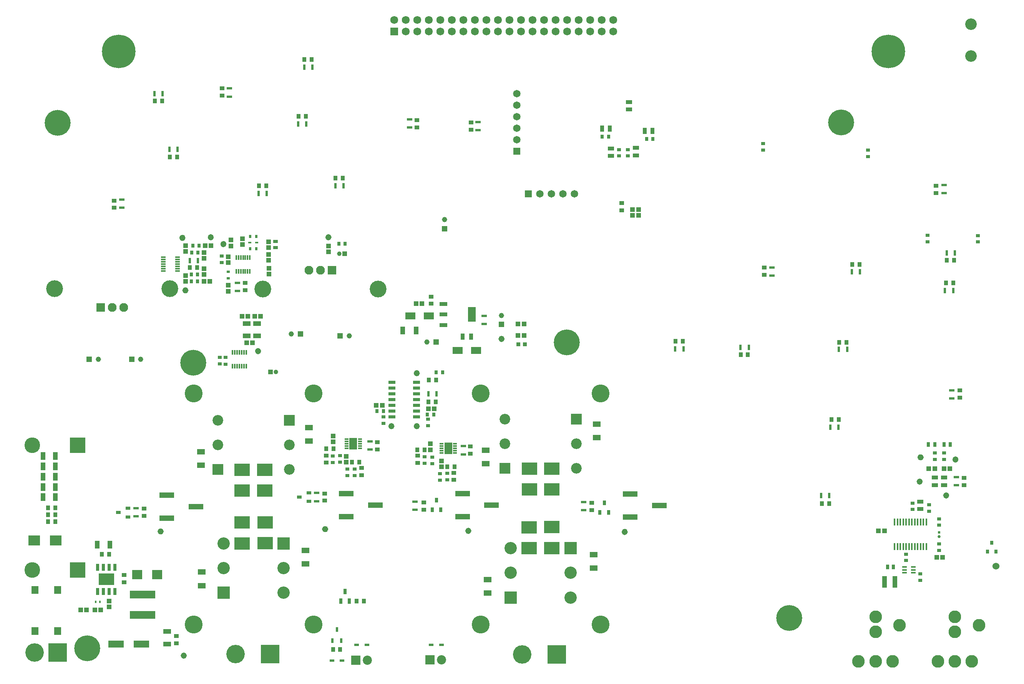
<source format=gbr>
%TF.GenerationSoftware,KiCad,Pcbnew,8.0.8*%
%TF.CreationDate,2025-05-17T22:55:18-04:00*%
%TF.ProjectId,amp board,616d7020-626f-4617-9264-2e6b69636164,rev?*%
%TF.SameCoordinates,Original*%
%TF.FileFunction,Soldermask,Bot*%
%TF.FilePolarity,Negative*%
%FSLAX46Y46*%
G04 Gerber Fmt 4.6, Leading zero omitted, Abs format (unit mm)*
G04 Created by KiCad (PCBNEW 8.0.8) date 2025-05-17 22:55:18*
%MOMM*%
%LPD*%
G01*
G04 APERTURE LIST*
%ADD10C,0.685000*%
%ADD11R,0.584200X0.584200*%
%ADD12C,0.635000*%
%ADD13R,0.900000X1.000000*%
%ADD14R,0.650000X1.200000*%
%ADD15C,4.100000*%
%ADD16C,7.400000*%
%ADD17R,2.355000X2.355000*%
%ADD18C,2.355000*%
%ADD19R,1.150000X1.150000*%
%ADD20C,1.150000*%
%ADD21R,3.450000X3.450000*%
%ADD22C,3.450000*%
%ADD23R,2.025000X2.025000*%
%ADD24C,2.025000*%
%ADD25R,4.064000X4.064000*%
%ADD26C,4.064000*%
%ADD27C,3.700000*%
%ADD28C,3.600000*%
%ADD29C,5.700000*%
%ADD30R,1.650000X1.650000*%
%ADD31C,1.650000*%
%ADD32C,2.550000*%
%ADD33C,3.954000*%
%ADD34R,1.935000X1.935000*%
%ADD35C,1.935000*%
%ADD36C,2.794000*%
%ADD37R,1.725000X1.725000*%
%ADD38C,1.725000*%
%ADD39R,2.715000X2.715000*%
%ADD40C,2.715000*%
%ADD41R,1.000000X1.000000*%
%ADD42C,1.000000*%
%ADD43C,1.524000*%
%ADD44R,0.750000X0.940000*%
%ADD45R,1.700000X1.150000*%
%ADD46R,0.940000X0.750000*%
%ADD47R,1.470000X0.970000*%
%ADD48R,3.300000X1.190000*%
%ADD49R,1.000000X0.950000*%
%ADD50R,0.650000X0.900000*%
%ADD51R,0.600000X1.250000*%
%ADD52R,0.450000X0.600000*%
%ADD53R,0.950000X1.000000*%
%ADD54R,1.100000X1.000000*%
%ADD55R,0.600000X1.000000*%
%ADD56R,0.900000X0.650000*%
%ADD57R,0.600000X0.700000*%
%ADD58R,1.000000X1.100000*%
%ADD59R,0.650000X1.100000*%
%ADD60R,1.250000X0.600000*%
%ADD61R,0.950000X1.400000*%
%ADD62R,1.000000X0.900000*%
%ADD63R,2.250000X1.600000*%
%ADD64R,0.700000X0.600000*%
%ADD65R,3.350000X2.700000*%
%ADD66R,1.070000X1.820000*%
%ADD67R,0.800000X0.900000*%
%ADD68R,0.700000X1.650000*%
%ADD69R,3.500000X2.600000*%
%ADD70R,1.820000X1.070000*%
%ADD71R,0.300000X1.075000*%
%ADD72R,1.100000X0.650000*%
%ADD73R,5.700000X1.700000*%
%ADD74R,0.950000X0.950000*%
%ADD75R,0.850000X0.300000*%
%ADD76R,1.750000X2.500000*%
%ADD77R,0.435000X1.500000*%
%ADD78R,0.970000X1.470000*%
%ADD79R,1.750000X0.950000*%
%ADD80R,1.750000X3.200000*%
%ADD81R,1.015000X2.540000*%
%ADD82R,0.780000X0.980000*%
%ADD83R,3.500000X1.600000*%
%ADD84R,2.200000X2.150000*%
%ADD85R,0.675000X1.000000*%
%ADD86R,1.075000X0.300000*%
%ADD87R,1.525000X0.650000*%
%ADD88R,0.980000X0.780000*%
%ADD89R,0.640000X0.420000*%
%ADD90R,1.085000X0.550000*%
%ADD91R,1.050000X0.400000*%
%ADD92R,1.050000X1.800000*%
%ADD93R,2.500000X2.200000*%
%ADD94R,1.650000X1.700000*%
G04 APERTURE END LIST*
%TO.C,TP23*%
D10*
X243781758Y-238557000D02*
G75*
G02*
X243096758Y-238557000I-342500J0D01*
G01*
X243096758Y-238557000D02*
G75*
G02*
X243781758Y-238557000I342500J0D01*
G01*
%TO.C,TP117*%
X274570300Y-291223600D02*
G75*
G02*
X273885300Y-291223600I-342500J0D01*
G01*
X273885300Y-291223600D02*
G75*
G02*
X274570300Y-291223600I342500J0D01*
G01*
%TO.C,TP61*%
X405777700Y-275387000D02*
G75*
G02*
X405092700Y-275387000I-342500J0D01*
G01*
X405092700Y-275387000D02*
G75*
G02*
X405777700Y-275387000I342500J0D01*
G01*
%TO.C,TP19*%
X249369758Y-226847600D02*
G75*
G02*
X248684758Y-226847600I-342500J0D01*
G01*
X248684758Y-226847600D02*
G75*
G02*
X249369758Y-226847600I342500J0D01*
G01*
%TO.C,TP60*%
X413461700Y-275862000D02*
G75*
G02*
X412776700Y-275862000I-342500J0D01*
G01*
X412776700Y-275862000D02*
G75*
G02*
X413461700Y-275862000I342500J0D01*
G01*
%TO.C,TP132*%
X313433900Y-249263000D02*
G75*
G02*
X312748900Y-249263000I-342500J0D01*
G01*
X312748900Y-249263000D02*
G75*
G02*
X313433900Y-249263000I342500J0D01*
G01*
%TO.C,TP114*%
X289175300Y-268516000D02*
G75*
G02*
X288490300Y-268516000I-342500J0D01*
G01*
X288490300Y-268516000D02*
G75*
G02*
X289175300Y-268516000I342500J0D01*
G01*
%TO.C,TP20*%
X243121358Y-226974600D02*
G75*
G02*
X242436358Y-226974600I-342500J0D01*
G01*
X242436358Y-226974600D02*
G75*
G02*
X243121358Y-226974600I342500J0D01*
G01*
%TO.C,TP58*%
X411416500Y-283798942D02*
G75*
G02*
X410731500Y-283798942I-342500J0D01*
G01*
X410731500Y-283798942D02*
G75*
G02*
X411416500Y-283798942I342500J0D01*
G01*
%TO.C,TP113*%
X294763300Y-268516000D02*
G75*
G02*
X294078300Y-268516000I-342500J0D01*
G01*
X294078300Y-268516000D02*
G75*
G02*
X294763300Y-268516000I342500J0D01*
G01*
%TO.C,TP112*%
X238324500Y-291731600D02*
G75*
G02*
X237639500Y-291731600I-342500J0D01*
G01*
X237639500Y-291731600D02*
G75*
G02*
X238324500Y-291731600I342500J0D01*
G01*
%TO.C,TP125*%
X252158500Y-228355900D02*
G75*
G02*
X251473500Y-228355900I-342500J0D01*
G01*
X251473500Y-228355900D02*
G75*
G02*
X252158500Y-228355900I342500J0D01*
G01*
%TO.C,TP46*%
X243420900Y-319125800D02*
G75*
G02*
X242735900Y-319125800I-342500J0D01*
G01*
X242735900Y-319125800D02*
G75*
G02*
X243420900Y-319125800I342500J0D01*
G01*
%TO.C,TP59*%
X405574500Y-280746400D02*
G75*
G02*
X404889500Y-280746400I-342500J0D01*
G01*
X404889500Y-280746400D02*
G75*
G02*
X405574500Y-280746400I342500J0D01*
G01*
%TO.C,TP121*%
X340584900Y-291833400D02*
G75*
G02*
X339899900Y-291833400I-342500J0D01*
G01*
X339899900Y-291833400D02*
G75*
G02*
X340584900Y-291833400I342500J0D01*
G01*
%TO.C,TP111*%
X294763300Y-256832000D02*
G75*
G02*
X294078300Y-256832000I-342500J0D01*
G01*
X294078300Y-256832000D02*
G75*
G02*
X294763300Y-256832000I342500J0D01*
G01*
%TO.C,TP18*%
X259795900Y-251968458D02*
G75*
G02*
X259110900Y-251968458I-342500J0D01*
G01*
X259110900Y-251968458D02*
G75*
G02*
X259795900Y-251968458I342500J0D01*
G01*
%TO.C,TP118*%
X306117100Y-291604600D02*
G75*
G02*
X305432100Y-291604600I-342500J0D01*
G01*
X305432100Y-291604600D02*
G75*
G02*
X306117100Y-291604600I342500J0D01*
G01*
%TO.C,TP81*%
X275296300Y-226847600D02*
G75*
G02*
X274611300Y-226847600I-342500J0D01*
G01*
X274611300Y-226847600D02*
G75*
G02*
X275296300Y-226847600I342500J0D01*
G01*
%TD*%
D11*
%TO.C,Y1*%
X409499200Y-291908200D03*
D12*
X409499200Y-292898800D03*
%TD*%
D13*
%TO.C,R58*%
X282765800Y-307111600D03*
X281165800Y-307111600D03*
%TD*%
D14*
%TO.C,Q6*%
X278607800Y-305011600D03*
X277647800Y-307111600D03*
X279567800Y-307111600D03*
%TD*%
D15*
%TO.C,H2*%
X398374000Y-185877400D03*
D16*
X398374000Y-185877400D03*
%TD*%
D17*
%TO.C,Q25*%
X313826400Y-277841400D03*
D18*
X313826400Y-272391400D03*
X313826400Y-266941400D03*
%TD*%
D19*
%TO.C,C179*%
X300552600Y-224964400D03*
D20*
X300552600Y-222964400D03*
%TD*%
D21*
%TO.C,C188*%
X219685000Y-272694600D03*
D22*
X209685000Y-272694600D03*
%TD*%
D23*
%TO.C,J4*%
X297361000Y-320081900D03*
D24*
X299901000Y-320081900D03*
%TD*%
D25*
%TO.C,J13*%
X215316200Y-318414600D03*
D26*
X210236200Y-318414600D03*
%TD*%
D27*
%TO.C,U13*%
X260502800Y-238252200D03*
X285902800Y-238252200D03*
%TD*%
D28*
%TO.C,H13*%
X245135800Y-254482800D03*
D29*
X245135800Y-254482800D03*
%TD*%
D28*
%TO.C,H9*%
X387960000Y-201549200D03*
D29*
X387960000Y-201549200D03*
%TD*%
D30*
%TO.C,J9*%
X319024400Y-217271800D03*
D31*
X321564400Y-217271800D03*
X324104400Y-217271800D03*
X326644400Y-217271800D03*
X329184400Y-217271800D03*
%TD*%
D28*
%TO.C,H11*%
X327457200Y-250037800D03*
D29*
X327457200Y-250037800D03*
%TD*%
D17*
%TO.C,Q19*%
X250580400Y-278095400D03*
D18*
X250580400Y-272645400D03*
X250580400Y-267195400D03*
%TD*%
D32*
%TO.C,J5*%
X416535000Y-179842600D03*
X416535000Y-186842600D03*
%TD*%
D33*
%TO.C,H3*%
X271662400Y-312253400D03*
X271662400Y-261253400D03*
X245262400Y-261253400D03*
X245262400Y-312253400D03*
%TD*%
D23*
%TO.C,J12*%
X280969200Y-320097000D03*
D24*
X283509200Y-320097000D03*
%TD*%
D34*
%TO.C,IC33*%
X224742400Y-242341600D03*
D35*
X227282400Y-242341600D03*
X229822400Y-242341600D03*
%TD*%
D36*
%TO.C,J6*%
X395516500Y-320396000D03*
X399263000Y-320396000D03*
X395516500Y-310591600D03*
X400825100Y-312395000D03*
X395516500Y-313893600D03*
X391770000Y-320396000D03*
%TD*%
D37*
%TO.C,J3*%
X289433400Y-181483200D03*
D38*
X289433400Y-178943200D03*
X291973400Y-181483200D03*
X291973400Y-178943200D03*
X294513400Y-181483200D03*
X294513400Y-178943200D03*
X297053400Y-181483200D03*
X297053400Y-178943200D03*
X299593400Y-181483200D03*
X299593400Y-178943200D03*
X302133400Y-181483200D03*
X302133400Y-178943200D03*
X304673400Y-181483200D03*
X304673400Y-178943200D03*
X307213400Y-181483200D03*
X307213400Y-178943200D03*
X309753400Y-181483200D03*
X309753400Y-178943200D03*
X312293400Y-181483200D03*
X312293400Y-178943200D03*
X314833400Y-181483200D03*
X314833400Y-178943200D03*
X317373400Y-181483200D03*
X317373400Y-178943200D03*
X319913400Y-181483200D03*
X319913400Y-178943200D03*
X322453400Y-181483200D03*
X322453400Y-178943200D03*
X324993400Y-181483200D03*
X324993400Y-178943200D03*
X327533400Y-181483200D03*
X327533400Y-178943200D03*
X330073400Y-181483200D03*
X330073400Y-178943200D03*
X332613400Y-181483200D03*
X332613400Y-178943200D03*
X335153400Y-181483200D03*
X335153400Y-178943200D03*
X337693400Y-181483200D03*
X337693400Y-178943200D03*
%TD*%
D28*
%TO.C,H8*%
X376479200Y-310794600D03*
D29*
X376479200Y-310794600D03*
%TD*%
D25*
%TO.C,J18*%
X325307200Y-318833400D03*
D26*
X317687200Y-318833400D03*
%TD*%
D17*
%TO.C,Q21*%
X266328400Y-267195400D03*
D18*
X266328400Y-272645400D03*
X266328400Y-278095400D03*
%TD*%
D25*
%TO.C,J17*%
X262137400Y-318808000D03*
D26*
X254517400Y-318808000D03*
%TD*%
D39*
%TO.C,Q26*%
X315096400Y-306311400D03*
D40*
X315096400Y-300861400D03*
X315096400Y-295411400D03*
%TD*%
D39*
%TO.C,Q22*%
X265058400Y-294373400D03*
D40*
X265058400Y-299823400D03*
X265058400Y-305273400D03*
%TD*%
D39*
%TO.C,Q28*%
X328304400Y-295411400D03*
D40*
X328304400Y-300861400D03*
X328304400Y-306311400D03*
%TD*%
D27*
%TO.C,U11*%
X239982400Y-238189600D03*
X214582400Y-238189600D03*
%TD*%
D17*
%TO.C,Q27*%
X329574400Y-266941400D03*
D18*
X329574400Y-272391400D03*
X329574400Y-277841400D03*
%TD*%
D41*
%TO.C,RT1*%
X278511400Y-230479800D03*
D42*
X277311400Y-230479800D03*
%TD*%
D43*
%TO.C,J14*%
X422072200Y-299364600D03*
%TD*%
D30*
%TO.C,J8*%
X316484400Y-207848400D03*
D31*
X316484400Y-205308400D03*
X316484400Y-202768400D03*
X316484400Y-200228400D03*
X316484400Y-197688400D03*
X316484400Y-195148400D03*
%TD*%
D36*
%TO.C,J7*%
X413004400Y-320396000D03*
X416750900Y-320396000D03*
X413004400Y-310591600D03*
X418313000Y-312395000D03*
X413004400Y-313893600D03*
X409257900Y-320396000D03*
%TD*%
D19*
%TO.C,C143*%
X222236400Y-253771600D03*
D20*
X224236400Y-253771600D03*
%TD*%
D34*
%TO.C,IC34*%
X275742800Y-234100200D03*
D35*
X273202800Y-234100200D03*
X270662800Y-234100200D03*
%TD*%
D15*
%TO.C,H1*%
X228727400Y-185826600D03*
D16*
X228727400Y-185826600D03*
%TD*%
D39*
%TO.C,Q20*%
X251850400Y-305273400D03*
D40*
X251850400Y-299823400D03*
X251850400Y-294373400D03*
%TD*%
D33*
%TO.C,H4*%
X334900400Y-312253400D03*
X334900400Y-261253400D03*
X308500400Y-261253400D03*
X308500400Y-312253400D03*
%TD*%
D21*
%TO.C,C189*%
X219685000Y-300228200D03*
D22*
X209685000Y-300228200D03*
%TD*%
D19*
%TO.C,C146*%
X268802000Y-248183600D03*
D20*
X266802000Y-248183600D03*
%TD*%
D28*
%TO.C,H7*%
X221793200Y-317474800D03*
D29*
X221793200Y-317474800D03*
%TD*%
D41*
%TO.C,RT2*%
X262214200Y-256514800D03*
D42*
X263414200Y-256514800D03*
%TD*%
D19*
%TO.C,C142*%
X231597600Y-253720800D03*
D20*
X233597600Y-253720800D03*
%TD*%
D19*
%TO.C,C147*%
X277520800Y-248564600D03*
D20*
X279520800Y-248564600D03*
%TD*%
D28*
%TO.C,H10*%
X215265400Y-201574600D03*
D29*
X215265400Y-201574600D03*
%TD*%
D44*
%TO.C,C61*%
X246140600Y-235051800D03*
X244740600Y-235051800D03*
%TD*%
D45*
%TO.C,R242*%
X270646400Y-271819400D03*
X270646400Y-268819400D03*
%TD*%
D46*
%TO.C,C116*%
X418084400Y-226477800D03*
X418084400Y-227877800D03*
%TD*%
D47*
%TO.C,C205*%
X342705400Y-207120000D03*
X342705400Y-208780000D03*
%TD*%
D48*
%TO.C,VR6*%
X341472400Y-288557800D03*
X347872400Y-286017800D03*
X341472400Y-283477800D03*
%TD*%
D49*
%TO.C,C229*%
X332988400Y-285415400D03*
X332988400Y-287015400D03*
%TD*%
D50*
%TO.C,R237*%
X285604800Y-265214000D03*
X287054800Y-265214000D03*
%TD*%
D51*
%TO.C,C235*%
X238390400Y-195148400D03*
X236590400Y-195148400D03*
%TD*%
D52*
%TO.C,C124*%
X223668200Y-307256000D03*
X224618200Y-307256000D03*
%TD*%
D53*
%TO.C,C107*%
X387377600Y-267088000D03*
X385777600Y-267088000D03*
%TD*%
D54*
%TO.C,R38*%
X248834600Y-236575800D03*
X247534600Y-236575800D03*
%TD*%
D53*
%TO.C,C239*%
X238344400Y-196774000D03*
X236744400Y-196774000D03*
%TD*%
D46*
%TO.C,C150*%
X405333600Y-302503000D03*
X405333600Y-301103000D03*
%TD*%
D53*
%TO.C,C90*%
X391998400Y-232816600D03*
X390398400Y-232816600D03*
%TD*%
D44*
%TO.C,C207*%
X278651000Y-228295400D03*
X277251000Y-228295400D03*
%TD*%
D55*
%TO.C,Q5*%
X276809600Y-313379200D03*
X275854600Y-315779200D03*
X277764600Y-315779200D03*
%TD*%
D53*
%TO.C,C117*%
X353060200Y-249758400D03*
X351460200Y-249758400D03*
%TD*%
D56*
%TO.C,R33*%
X252290600Y-253377058D03*
X252290600Y-254827058D03*
%TD*%
D46*
%TO.C,C1*%
X402234800Y-298159600D03*
X402234800Y-296759600D03*
%TD*%
D44*
%TO.C,C57*%
X246202600Y-230225800D03*
X244802600Y-230225800D03*
%TD*%
D53*
%TO.C,C195*%
X214795400Y-289611000D03*
X213195400Y-289611000D03*
%TD*%
D57*
%TO.C,D64*%
X257669200Y-226695200D03*
X259069200Y-226695200D03*
%TD*%
D56*
%TO.C,R16*%
X280772000Y-277989400D03*
X280772000Y-279439400D03*
%TD*%
D53*
%TO.C,C240*%
X269676000Y-187645000D03*
X271276000Y-187645000D03*
%TD*%
D49*
%TO.C,C233*%
X294613600Y-274996600D03*
X294613600Y-276596600D03*
%TD*%
D56*
%TO.C,R151*%
X408547200Y-275825000D03*
X408547200Y-274375000D03*
%TD*%
D58*
%TO.C,R222*%
X274938000Y-228778000D03*
X274938000Y-230078000D03*
%TD*%
D59*
%TO.C,Q24*%
X299718600Y-286942600D03*
X297798600Y-286942600D03*
X298758600Y-284842600D03*
%TD*%
D56*
%TO.C,R29*%
X297815400Y-275373200D03*
X297815400Y-276823200D03*
%TD*%
D60*
%TO.C,C265*%
X229443200Y-220341400D03*
X229443200Y-218541400D03*
%TD*%
D53*
%TO.C,C214*%
X296980598Y-263139600D03*
X298580598Y-263139600D03*
%TD*%
%TO.C,C122*%
X226631800Y-296773800D03*
X225031800Y-296773800D03*
%TD*%
D58*
%TO.C,R42*%
X247534600Y-231495800D03*
X247534600Y-230195800D03*
%TD*%
%TO.C,R335*%
X276028600Y-270672600D03*
X276028600Y-271972600D03*
%TD*%
D60*
%TO.C,C230*%
X331210400Y-285233800D03*
X331210400Y-287033800D03*
%TD*%
D54*
%TO.C,R36*%
X257234600Y-244311458D03*
X255934600Y-244311458D03*
%TD*%
D58*
%TO.C,R337*%
X297383600Y-272410600D03*
X297383600Y-273710600D03*
%TD*%
D60*
%TO.C,C218*%
X272356400Y-283257400D03*
X272356400Y-285057400D03*
%TD*%
D61*
%TO.C,R325*%
X306391400Y-248755000D03*
X304491400Y-248755000D03*
%TD*%
D47*
%TO.C,C202*%
X337179400Y-207250000D03*
X337179400Y-208910000D03*
%TD*%
D48*
%TO.C,VR3*%
X239354400Y-288785400D03*
X245754400Y-286245400D03*
X239354400Y-283705400D03*
%TD*%
D54*
%TO.C,R228*%
X298280598Y-264663600D03*
X296980598Y-264663600D03*
%TD*%
D62*
%TO.C,R57*%
X339598400Y-219291200D03*
X339598400Y-220891200D03*
%TD*%
D49*
%TO.C,C223*%
X274447400Y-274968000D03*
X274447400Y-276568000D03*
%TD*%
D63*
%TO.C,D82*%
X293007400Y-244184600D03*
X297107400Y-244184600D03*
%TD*%
D45*
%TO.C,R235*%
X247075200Y-303671000D03*
X247075200Y-300671000D03*
%TD*%
D64*
%TO.C,D53*%
X252864000Y-235859700D03*
X252864000Y-234459700D03*
%TD*%
D60*
%TO.C,C53*%
X253162200Y-194008600D03*
X253162200Y-195808600D03*
%TD*%
D44*
%TO.C,C206*%
X345053400Y-205156000D03*
X346453400Y-205156000D03*
%TD*%
D58*
%TO.C,R283*%
X253441600Y-228767600D03*
X253441600Y-227467600D03*
%TD*%
D65*
%TO.C,R251*%
X319135000Y-290803200D03*
X319135000Y-295403200D03*
%TD*%
D54*
%TO.C,R324*%
X294265400Y-241519000D03*
X295565400Y-241519000D03*
%TD*%
D51*
%TO.C,C236*%
X269661200Y-189331800D03*
X271461200Y-189331800D03*
%TD*%
%TO.C,C253*%
X268289600Y-201828600D03*
X270089600Y-201828600D03*
%TD*%
D54*
%TO.C,R34*%
X256950600Y-250153458D03*
X258250600Y-250153458D03*
%TD*%
D53*
%TO.C,C255*%
X259631000Y-215477800D03*
X261231000Y-215477800D03*
%TD*%
%TO.C,C231*%
X296137600Y-273710600D03*
X294537600Y-273710600D03*
%TD*%
D54*
%TO.C,R327*%
X316759400Y-245961000D03*
X318059400Y-245961000D03*
%TD*%
D50*
%TO.C,R31*%
X300129000Y-256616400D03*
X298679000Y-256616400D03*
%TD*%
D66*
%TO.C,C190*%
X212048200Y-275133000D03*
X214808200Y-275133000D03*
%TD*%
D58*
%TO.C,R287*%
X256007000Y-227162800D03*
X256007000Y-228462800D03*
%TD*%
D67*
%TO.C,D24*%
X422072200Y-296215000D03*
X420172200Y-296215000D03*
X421122200Y-294215000D03*
%TD*%
D51*
%TO.C,C237*%
X276468600Y-215488850D03*
X278268600Y-215488850D03*
%TD*%
D66*
%TO.C,C191*%
X212048200Y-277393600D03*
X214808200Y-277393600D03*
%TD*%
D49*
%TO.C,C51*%
X251536600Y-193954600D03*
X251536600Y-195554600D03*
%TD*%
D53*
%TO.C,C285*%
X412610600Y-236891600D03*
X411010600Y-236891600D03*
%TD*%
D66*
%TO.C,C192*%
X212048200Y-279654200D03*
X214808200Y-279654200D03*
%TD*%
D60*
%TO.C,C219*%
X284105600Y-271871000D03*
X284105600Y-273671000D03*
%TD*%
D58*
%TO.C,R123*%
X343281400Y-222026200D03*
X343281400Y-220726200D03*
%TD*%
D49*
%TO.C,C273*%
X297597400Y-241519000D03*
X297597400Y-239919000D03*
%TD*%
D68*
%TO.C,IC30*%
X227913000Y-304960600D03*
X226643000Y-304960600D03*
X225373000Y-304960600D03*
X224103000Y-304960600D03*
X224103000Y-299610600D03*
X225373000Y-299610600D03*
X226643000Y-299610600D03*
X227913000Y-299610600D03*
D69*
X226008000Y-302285600D03*
%TD*%
D65*
%TO.C,R239*%
X255939800Y-289761800D03*
X255939800Y-294361800D03*
%TD*%
D58*
%TO.C,R267*%
X252864000Y-238734100D03*
X252864000Y-237434100D03*
%TD*%
D65*
%TO.C,R241*%
X260969000Y-289711000D03*
X260969000Y-294311000D03*
%TD*%
D45*
%TO.C,R234*%
X246872000Y-274128000D03*
X246872000Y-277128000D03*
%TD*%
D56*
%TO.C,R27*%
X279095600Y-279451000D03*
X279095600Y-278001000D03*
%TD*%
D45*
%TO.C,R254*%
X334044800Y-271057400D03*
X334044800Y-268057400D03*
%TD*%
D44*
%TO.C,C201*%
X336671400Y-204648000D03*
X335271400Y-204648000D03*
%TD*%
D54*
%TO.C,R148*%
X410579200Y-277894000D03*
X411879200Y-277894000D03*
%TD*%
D49*
%TO.C,C242*%
X256565800Y-236893400D03*
X256565800Y-238493400D03*
%TD*%
D70*
%TO.C,C49*%
X256950600Y-248629458D03*
X256950600Y-245869458D03*
%TD*%
D65*
%TO.C,R238*%
X255889000Y-278128600D03*
X255889000Y-282728600D03*
%TD*%
D71*
%TO.C,IC49*%
X257642000Y-234375700D03*
X257142000Y-234375700D03*
X256642000Y-234375700D03*
X256142000Y-234375700D03*
X255642000Y-234375700D03*
X255142000Y-234375700D03*
X254642000Y-234375700D03*
X254642000Y-231299700D03*
X255142000Y-231299700D03*
X255642000Y-231299700D03*
X256142000Y-231299700D03*
X256642000Y-231299700D03*
X257142000Y-231299700D03*
X257642000Y-231299700D03*
%TD*%
D46*
%TO.C,C156*%
X403658200Y-285492350D03*
X403658200Y-286892350D03*
%TD*%
D60*
%TO.C,C288*%
X372683600Y-233526800D03*
X372683600Y-235326800D03*
%TD*%
D45*
%TO.C,R243*%
X269859000Y-295895800D03*
X269859000Y-298895800D03*
%TD*%
D54*
%TO.C,R119*%
X220364400Y-309034000D03*
X221664400Y-309034000D03*
%TD*%
D49*
%TO.C,C282*%
X415030800Y-281527000D03*
X415030800Y-279927000D03*
%TD*%
D72*
%TO.C,Q18*%
X230768400Y-286611400D03*
X230768400Y-288531400D03*
X228668400Y-287571400D03*
%TD*%
D47*
%TO.C,C198*%
X341156000Y-198670000D03*
X341156000Y-197010000D03*
%TD*%
D51*
%TO.C,C284*%
X413000800Y-230276600D03*
X411200800Y-230276600D03*
%TD*%
D49*
%TO.C,C127*%
X241452800Y-316441800D03*
X241452800Y-314841800D03*
%TD*%
D66*
%TO.C,C121*%
X226805400Y-294665600D03*
X224045400Y-294665600D03*
%TD*%
D51*
%TO.C,C286*%
X412609000Y-238568000D03*
X410809000Y-238568000D03*
%TD*%
D71*
%TO.C,IC18*%
X256838600Y-255295600D03*
X256338600Y-255295600D03*
X255838600Y-255295600D03*
X255338600Y-255295600D03*
X254838600Y-255295600D03*
X254338600Y-255295600D03*
X253838600Y-255295600D03*
X253838600Y-252219600D03*
X254338600Y-252219600D03*
X254838600Y-252219600D03*
X255338600Y-252219600D03*
X255838600Y-252219600D03*
X256338600Y-252219600D03*
X256838600Y-252219600D03*
%TD*%
D53*
%TO.C,C232*%
X301118400Y-277485800D03*
X302718400Y-277485800D03*
%TD*%
D51*
%TO.C,C251*%
X241741600Y-207480000D03*
X239941600Y-207480000D03*
%TD*%
D47*
%TO.C,C154*%
X408547200Y-279858000D03*
X408547200Y-281518000D03*
%TD*%
D54*
%TO.C,R120*%
X223493200Y-309034000D03*
X224793200Y-309034000D03*
%TD*%
D60*
%TO.C,C276*%
X309281400Y-245983000D03*
X309281400Y-244183000D03*
%TD*%
D58*
%TO.C,R266*%
X261823600Y-234975600D03*
X261823600Y-233675600D03*
%TD*%
%TO.C,R279*%
X252864000Y-231127700D03*
X252864000Y-232427700D03*
%TD*%
D60*
%TO.C,C216*%
X232546400Y-286615400D03*
X232546400Y-288415400D03*
%TD*%
D73*
%TO.C,L2*%
X233999400Y-305623600D03*
X233999400Y-310123600D03*
%TD*%
D49*
%TO.C,C220*%
X285755200Y-272049000D03*
X285755200Y-273649000D03*
%TD*%
D58*
%TO.C,R44*%
X247534600Y-233751800D03*
X247534600Y-235051800D03*
%TD*%
D53*
%TO.C,C108*%
X389141000Y-250037800D03*
X387541000Y-250037800D03*
%TD*%
D58*
%TO.C,R48*%
X243470600Y-235275800D03*
X243470600Y-236575800D03*
%TD*%
D46*
%TO.C,C203*%
X338957400Y-207504000D03*
X338957400Y-208904000D03*
%TD*%
D60*
%TO.C,C136*%
X292837000Y-202636400D03*
X292837000Y-200836400D03*
%TD*%
D63*
%TO.C,D83*%
X307521400Y-251803000D03*
X303421400Y-251803000D03*
%TD*%
D53*
%TO.C,C222*%
X280170000Y-276443000D03*
X281770000Y-276443000D03*
%TD*%
%TO.C,C241*%
X276516200Y-213812450D03*
X278116200Y-213812450D03*
%TD*%
D49*
%TO.C,C123*%
X229907000Y-301350600D03*
X229907000Y-302950600D03*
%TD*%
D51*
%TO.C,C109*%
X387321600Y-268783000D03*
X385521600Y-268783000D03*
%TD*%
D56*
%TO.C,R150*%
X410579200Y-275825000D03*
X410579200Y-274375000D03*
%TD*%
D49*
%TO.C,C217*%
X274134400Y-283357400D03*
X274134400Y-284957400D03*
%TD*%
D46*
%TO.C,C17*%
X393869200Y-209051000D03*
X393869200Y-207651000D03*
%TD*%
D65*
%TO.C,R240*%
X260892800Y-278128600D03*
X260892800Y-282728600D03*
%TD*%
D13*
%TO.C,R55*%
X298666200Y-258318200D03*
X297066200Y-258318200D03*
%TD*%
D57*
%TO.C,D57*%
X259077200Y-229379700D03*
X257677200Y-229379700D03*
%TD*%
D49*
%TO.C,C137*%
X294488000Y-202628600D03*
X294488000Y-201028600D03*
%TD*%
D19*
%TO.C,C275*%
X313091400Y-246067000D03*
D20*
X313091400Y-244067000D03*
%TD*%
D51*
%TO.C,C118*%
X353183200Y-251458000D03*
X351383200Y-251458000D03*
%TD*%
D72*
%TO.C,Q23*%
X270646400Y-283197400D03*
X270646400Y-285117400D03*
X268546400Y-284157400D03*
%TD*%
D46*
%TO.C,C157*%
X409486000Y-288972400D03*
X409486000Y-290372400D03*
%TD*%
D48*
%TO.C,VR4*%
X278892400Y-288493400D03*
X285292400Y-285953400D03*
X278892400Y-283413400D03*
%TD*%
D74*
%TO.C,LED25*%
X318263800Y-250469600D03*
X316763800Y-250469600D03*
%TD*%
D53*
%TO.C,C20*%
X385281400Y-285597800D03*
X383681400Y-285597800D03*
%TD*%
D49*
%TO.C,C224*%
X282270600Y-277713000D03*
X282270600Y-279313000D03*
%TD*%
D51*
%TO.C,C92*%
X392098400Y-234482600D03*
X390298400Y-234482600D03*
%TD*%
D49*
%TO.C,C287*%
X370956400Y-233536400D03*
X370956400Y-235136400D03*
%TD*%
D47*
%TO.C,C158*%
X405347800Y-285133750D03*
X405347800Y-286793750D03*
%TD*%
D58*
%TO.C,R271*%
X261772800Y-231917200D03*
X261772800Y-230617200D03*
%TD*%
D46*
%TO.C,C115*%
X407010000Y-226452400D03*
X407010000Y-227852400D03*
%TD*%
D45*
%TO.C,R255*%
X333359000Y-296835600D03*
X333359000Y-299835600D03*
%TD*%
D75*
%TO.C,U14*%
X281924000Y-271379000D03*
X281924000Y-271879000D03*
X281924000Y-272379000D03*
X281924000Y-272879000D03*
X281924000Y-273379000D03*
X278924000Y-273379000D03*
X278924000Y-272879000D03*
X278924000Y-272379000D03*
X278924000Y-271879000D03*
X278924000Y-271379000D03*
D76*
X280424000Y-272379000D03*
%TD*%
D75*
%TO.C,U15*%
X302872400Y-272421800D03*
X302872400Y-272921800D03*
X302872400Y-273421800D03*
X302872400Y-273921800D03*
X302872400Y-274421800D03*
X299872400Y-274421800D03*
X299872400Y-273921800D03*
X299872400Y-273421800D03*
X299872400Y-272921800D03*
X299872400Y-272421800D03*
D76*
X301372400Y-273421800D03*
%TD*%
D77*
%TO.C,IC36*%
X406705200Y-295072000D03*
X406071200Y-295072000D03*
X405435200Y-295072000D03*
X404801200Y-295072000D03*
X404165200Y-295072000D03*
X403531200Y-295072000D03*
X402895200Y-295072000D03*
X402261200Y-295072000D03*
X401625200Y-295072000D03*
X400991200Y-295072000D03*
X400355200Y-295072000D03*
X399721200Y-295072000D03*
X399721200Y-289672000D03*
X400355200Y-289672000D03*
X400991200Y-289672000D03*
X401625200Y-289672000D03*
X402261200Y-289672000D03*
X402895200Y-289672000D03*
X403531200Y-289672000D03*
X404165200Y-289672000D03*
X404801200Y-289672000D03*
X405435200Y-289672000D03*
X406071200Y-289672000D03*
X406705200Y-289672000D03*
%TD*%
D45*
%TO.C,R249*%
X310041800Y-305347400D03*
X310041800Y-302347400D03*
%TD*%
D78*
%TO.C,C200*%
X336931400Y-202870000D03*
X335271400Y-202870000D03*
%TD*%
D56*
%TO.C,R28*%
X277495400Y-275029200D03*
X277495400Y-276479200D03*
%TD*%
D49*
%TO.C,C234*%
X302565200Y-278778000D03*
X302565200Y-280378000D03*
%TD*%
D53*
%TO.C,C196*%
X214795400Y-288036200D03*
X213195400Y-288036200D03*
%TD*%
D49*
%TO.C,C225*%
X295964600Y-285331000D03*
X295964600Y-286931000D03*
%TD*%
D46*
%TO.C,C152*%
X407290400Y-287287550D03*
X407290400Y-285887550D03*
%TD*%
D54*
%TO.C,R149*%
X408547200Y-277894000D03*
X407247200Y-277894000D03*
%TD*%
D60*
%TO.C,C226*%
X293988600Y-285131000D03*
X293988600Y-286931000D03*
%TD*%
%TO.C,C168*%
X412344000Y-260576400D03*
X412344000Y-262376400D03*
%TD*%
D79*
%TO.C,IC56*%
X300253400Y-246191000D03*
X300253400Y-243891000D03*
X300253400Y-241591000D03*
D80*
X306553400Y-243891000D03*
%TD*%
D60*
%TO.C,C283*%
X413334600Y-281530400D03*
X413334600Y-279730400D03*
%TD*%
D54*
%TO.C,R41*%
X247758600Y-228701800D03*
X249058600Y-228701800D03*
%TD*%
D56*
%TO.C,R32*%
X250979200Y-253360258D03*
X250979200Y-254810258D03*
%TD*%
D53*
%TO.C,C34*%
X412775600Y-231902200D03*
X411175600Y-231902200D03*
%TD*%
D49*
%TO.C,C227*%
X306198400Y-273013800D03*
X306198400Y-274613800D03*
%TD*%
D56*
%TO.C,R231*%
X296875600Y-268399600D03*
X296875600Y-266949600D03*
%TD*%
D59*
%TO.C,Q29*%
X336686400Y-287515400D03*
X334766400Y-287515400D03*
X335726400Y-285415400D03*
%TD*%
D46*
%TO.C,C204*%
X340927400Y-207492000D03*
X340927400Y-208892000D03*
%TD*%
D54*
%TO.C,R147*%
X397477400Y-291635400D03*
X396177400Y-291635400D03*
%TD*%
D81*
%TO.C,L3*%
X399796400Y-302844400D03*
X397510400Y-302844400D03*
%TD*%
D49*
%TO.C,C177*%
X408858400Y-217081200D03*
X408858400Y-215481200D03*
%TD*%
D82*
%TO.C,C162*%
X411979200Y-272560000D03*
X410579200Y-272560000D03*
%TD*%
D66*
%TO.C,C194*%
X212048200Y-284175400D03*
X214808200Y-284175400D03*
%TD*%
D46*
%TO.C,C155*%
X409486000Y-295884200D03*
X409486000Y-294484200D03*
%TD*%
D58*
%TO.C,R336*%
X299862400Y-277469800D03*
X299862400Y-276169800D03*
%TD*%
D50*
%TO.C,R229*%
X298213598Y-265933600D03*
X296763598Y-265933600D03*
%TD*%
D56*
%TO.C,R236*%
X287054800Y-267934000D03*
X287054800Y-266484000D03*
%TD*%
D78*
%TO.C,C208*%
X344669400Y-203378000D03*
X346329400Y-203378000D03*
%TD*%
D58*
%TO.C,R275*%
X261772800Y-229123200D03*
X261772800Y-227823200D03*
%TD*%
D60*
%TO.C,C238*%
X254914800Y-236895000D03*
X254914800Y-238695000D03*
%TD*%
D44*
%TO.C,C59*%
X246140600Y-236575800D03*
X244740600Y-236575800D03*
%TD*%
D56*
%TO.C,R15*%
X275895200Y-275093800D03*
X275895200Y-276543800D03*
%TD*%
D49*
%TO.C,C167*%
X414122000Y-260638400D03*
X414122000Y-262238400D03*
%TD*%
D83*
%TO.C,C125*%
X233718600Y-316611200D03*
X228118600Y-316611200D03*
%TD*%
D54*
%TO.C,R35*%
X258728600Y-244311458D03*
X260028600Y-244311458D03*
%TD*%
D84*
%TO.C,D17*%
X232790000Y-301269600D03*
X237190000Y-301269600D03*
%TD*%
D85*
%TO.C,L1*%
X398143800Y-299542400D03*
X399467800Y-299542400D03*
%TD*%
D86*
%TO.C,IC20*%
X241672742Y-231265800D03*
X241672742Y-231765800D03*
X241672742Y-232265800D03*
X241672742Y-232765800D03*
X241672742Y-233265800D03*
X241672742Y-233765800D03*
X241672742Y-234265800D03*
X238596742Y-234265800D03*
X238596742Y-233765800D03*
X238596742Y-233265800D03*
X238596742Y-232765800D03*
X238596742Y-232265800D03*
X238596742Y-231765800D03*
X238596742Y-231265800D03*
%TD*%
D47*
%TO.C,C153*%
X410579200Y-279858000D03*
X410579200Y-281518000D03*
%TD*%
D51*
%TO.C,C54*%
X244382458Y-232003800D03*
X246182458Y-232003800D03*
%TD*%
D19*
%TO.C,C274*%
X298679400Y-249950400D03*
D20*
X296679400Y-249950400D03*
%TD*%
D87*
%TO.C,IC45*%
X294338800Y-258864000D03*
X294338800Y-260134000D03*
X294338800Y-261404000D03*
X294338800Y-262674000D03*
X294338800Y-263944000D03*
X294338800Y-265214000D03*
X294338800Y-266484000D03*
X288914800Y-266484000D03*
X288914800Y-265214000D03*
X288914800Y-263944000D03*
X288914800Y-262674000D03*
X288914800Y-261404000D03*
X288914800Y-260134000D03*
X288914800Y-258864000D03*
%TD*%
D46*
%TO.C,C250*%
X251468400Y-232383300D03*
X251468400Y-230983300D03*
%TD*%
D88*
%TO.C,C247*%
X263272800Y-229150400D03*
X263272800Y-227750400D03*
%TD*%
D56*
%TO.C,R25*%
X301117400Y-278929200D03*
X301117400Y-280379200D03*
%TD*%
D58*
%TO.C,R334*%
X278876000Y-276457000D03*
X278876000Y-275157000D03*
%TD*%
D54*
%TO.C,R347*%
X316748800Y-248513800D03*
X318048800Y-248513800D03*
%TD*%
D49*
%TO.C,C215*%
X234324400Y-286715400D03*
X234324400Y-288315400D03*
%TD*%
D53*
%TO.C,C99*%
X365786800Y-252766800D03*
X367386800Y-252766800D03*
%TD*%
%TO.C,C254*%
X241579600Y-209118400D03*
X239979600Y-209118400D03*
%TD*%
D54*
%TO.C,R146*%
X410301600Y-297408800D03*
X409001600Y-297408800D03*
%TD*%
D66*
%TO.C,C193*%
X212048200Y-281914800D03*
X214808200Y-281914800D03*
%TD*%
D70*
%TO.C,C126*%
X239420800Y-316585800D03*
X239420800Y-313825800D03*
%TD*%
D82*
%TO.C,C161*%
X407147200Y-272560000D03*
X408547200Y-272560000D03*
%TD*%
D48*
%TO.C,VR5*%
X304504600Y-288455000D03*
X310904600Y-285915000D03*
X304504600Y-283375000D03*
%TD*%
D53*
%TO.C,C256*%
X268340400Y-200145600D03*
X269940400Y-200145600D03*
%TD*%
D65*
%TO.C,R250*%
X319236600Y-277900000D03*
X319236600Y-282500000D03*
%TD*%
D58*
%TO.C,R124*%
X341986000Y-222011200D03*
X341986000Y-220711200D03*
%TD*%
D44*
%TO.C,C56*%
X246456600Y-228701800D03*
X245056600Y-228701800D03*
%TD*%
D60*
%TO.C,C228*%
X304674400Y-272913800D03*
X304674400Y-274713800D03*
%TD*%
D70*
%TO.C,C50*%
X259236600Y-245869458D03*
X259236600Y-248629458D03*
%TD*%
D65*
%TO.C,R252*%
X324189600Y-277900000D03*
X324189600Y-282500000D03*
%TD*%
D89*
%TO.C,D65*%
X257630900Y-228016000D03*
X259130900Y-228016000D03*
%TD*%
D90*
%TO.C,D1*%
X277978000Y-320243400D03*
X275698000Y-320243400D03*
%TD*%
D91*
%TO.C,IC35*%
X401919800Y-300852800D03*
X401919800Y-300202800D03*
X401919800Y-299552800D03*
X403819800Y-299552800D03*
X403819800Y-300202800D03*
X403819800Y-300852800D03*
%TD*%
D60*
%TO.C,C130*%
X307950000Y-203198600D03*
X307950000Y-201398600D03*
%TD*%
D51*
%TO.C,C21*%
X385318400Y-283819800D03*
X383518400Y-283819800D03*
%TD*%
D45*
%TO.C,R248*%
X309610000Y-273797800D03*
X309610000Y-276797800D03*
%TD*%
D92*
%TO.C,R326*%
X291286600Y-247410400D03*
X294286600Y-247410400D03*
%TD*%
D60*
%TO.C,C178*%
X410616800Y-217130400D03*
X410616800Y-215330400D03*
%TD*%
D13*
%TO.C,R56*%
X275958800Y-317779600D03*
X277558800Y-317779600D03*
%TD*%
D49*
%TO.C,C264*%
X227758800Y-220354400D03*
X227758800Y-218754400D03*
%TD*%
D58*
%TO.C,R46*%
X243470600Y-229971800D03*
X243470600Y-228671800D03*
%TD*%
%TO.C,R349*%
X226617400Y-308399000D03*
X226617400Y-307099000D03*
%TD*%
D65*
%TO.C,R253*%
X324164200Y-290777800D03*
X324164200Y-295377800D03*
%TD*%
D56*
%TO.C,R30*%
X299517200Y-280430000D03*
X299517200Y-278980000D03*
%TD*%
D46*
%TO.C,C24*%
X370738800Y-207583200D03*
X370738800Y-206183200D03*
%TD*%
D53*
%TO.C,C52*%
X244404458Y-233527800D03*
X246004458Y-233527800D03*
%TD*%
%TO.C,C221*%
X276053800Y-273471200D03*
X274453800Y-273471200D03*
%TD*%
D51*
%TO.C,C111*%
X389241000Y-251561800D03*
X387441000Y-251561800D03*
%TD*%
D49*
%TO.C,C131*%
X306349800Y-203149400D03*
X306349800Y-201549400D03*
%TD*%
D51*
%TO.C,C213*%
X296980598Y-261361600D03*
X298780598Y-261361600D03*
%TD*%
D90*
%TO.C,D19*%
X299872600Y-316728900D03*
X297592600Y-316728900D03*
%TD*%
D54*
%TO.C,R233*%
X286800800Y-263944000D03*
X285500800Y-263944000D03*
%TD*%
D51*
%TO.C,C104*%
X365763800Y-251130000D03*
X367563800Y-251130000D03*
%TD*%
D56*
%TO.C,R26*%
X296139000Y-275246200D03*
X296139000Y-276696200D03*
%TD*%
D93*
%TO.C,IC40*%
X210164400Y-293702000D03*
X214864400Y-293702000D03*
%TD*%
D90*
%TO.C,D84*%
X283433000Y-316778500D03*
X281153000Y-316778500D03*
%TD*%
D51*
%TO.C,C252*%
X259555000Y-217178200D03*
X261355000Y-217178200D03*
%TD*%
D53*
%TO.C,C197*%
X214770000Y-286486800D03*
X213170000Y-286486800D03*
%TD*%
D94*
%TO.C,BR1*%
X210316200Y-304615600D03*
X215316200Y-304615600D03*
X215316200Y-313715600D03*
X210316200Y-313715600D03*
%TD*%
M02*

</source>
